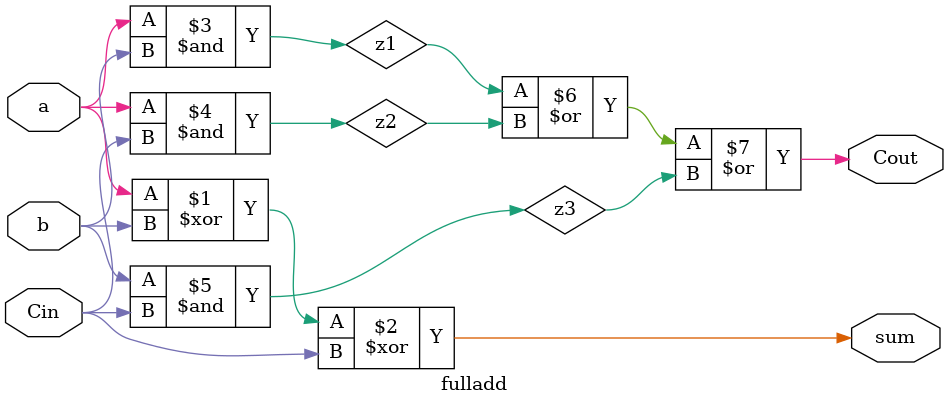
<source format=v>
/*
 * Copyright (c) 2024 Your Name
 * SPDX-License-Identifier: Apache-2.0
 */

`default_nettype none

module tt_um_c1_array_mult_structural (
    input  wire [7:0] ui_in,    // Dedicated inputs
    output wire [7:0] uo_out,   // Dedicated outputs
    input  wire [7:0] uio_in,   // IOs: Input path
    output wire [7:0] uio_out,  // IOs: Output path
    output wire [7:0] uio_oe,   // IOs: Enable path (active high: 0=input, 1=output)
    input  wire       ena,      // always 1 when the design is powered, so you can ignore it
    input  wire       clk,      // clock
    input  wire       rst_n     // reset_n - low to reset
);
    wire[3:0] m=ui_in[7:4];
    wire[3:0] q=ui_in[3:0];
    wire[7:0] p;
    wire[3:0] w1, w2, w3, w4, partial1, partial2, partial3;
    wire[2:0] C;
    
    assign w1 = {m[3]&q[0], m[2]&q[0], m[1]&q[0], m[0]&q[0]};
    assign w2 = {m[3]&q[1], m[2]&q[1], m[1]&q[1], m[0]&q[1]};
    assign w3 = {m[3]&q[2], m[2]&q[2], m[1]&q[2], m[0]&q[2]};
    assign w4 = {m[3]&q[3], m[2]&q[3], m[1]&q[3], m[0]&q[3]};
    
    add_4bit stage0 (w2,{1'b0, w1[3:1]},partial1,C[0]);
    add_4bit stage1 (w3,{C[0], partial1[3:1]},partial2,C[1]);
    add_4bit stage2 (w4,{C[1], partial2[3:1]},partial3,C[2]);
    
    assign p = {C[2], partial3, partial2[0], partial1[0],w1[0]};
  // All output pins must be assigned. If not used, assign to 0.
  assign uo_out  = p;
  assign uio_out = 0;
  assign uio_oe  = 0;

  // List all unused inputs to prevent warnings
  wire _unused = &{ena, clk, rst_n,uio_in, 1'b0};

endmodule

module add_4bit(x,y,z,carry_out);
    input [3:0] x,y;
    output [3:0] z;
    output carry_out;
    wire [3:1] C;
    
    fulladd stage0 (x[0],y[0],1'b0,z[0],C[1]);
    fulladd stage1 (x[1],y[1],C[1],z[1],C[2]);
    fulladd stage2 (x[2],y[2],C[2],z[2],C[3]);
    fulladd stage3 (x[3],y[3],C[3],z[3],carry_out);
endmodule

module fulladd(a,b,Cin,sum,Cout);
    input a, b, Cin;
    output sum, Cout;
    wire z1,z2,z3;
 
    assign sum = a ^ b ^ Cin;
    assign z1 = a & b;
    assign z2 = a & Cin;
    assign z3 = b & Cin;
    assign Cout = z1 | z2 | z3;
endmodule

</source>
